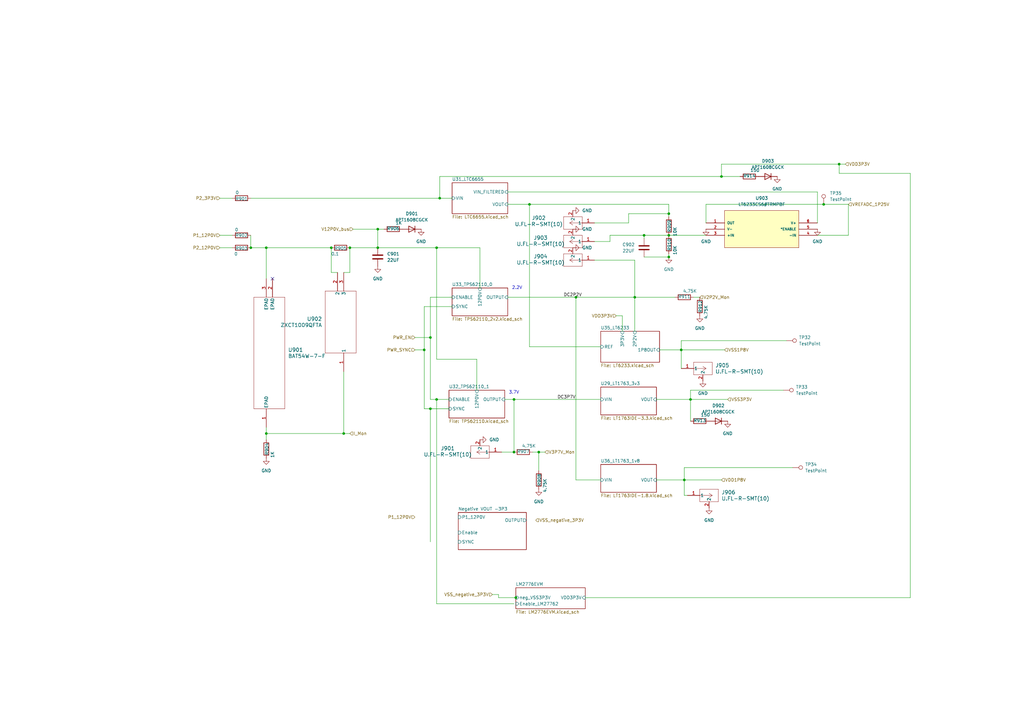
<source format=kicad_sch>
(kicad_sch (version 20231120) (generator "eeschema") (generator_version "8.0")
  (paper "A3")
  (lib_symbols
    (symbol "001_symbol:BAT54W-7-F" (pin_names (offset 0.254))
      (property "Reference" "U" (at 30.48 10.16 0))
      (property "Value" "BAT54W-7-F" (at 30.48 7.62 0))
      (symbol "BAT54W-7-F_0_1"
        (polyline (pts (xy 7.62 -7.62) (xy 53.34 -7.62)) (stroke (width 0.127)))
        (polyline (pts (xy 7.62 5.08) (xy 7.62 -7.62)) (stroke (width 0.127)))
        (polyline (pts (xy 53.34 -7.62) (xy 53.34 5.08)) (stroke (width 0.127)))
        (polyline (pts (xy 53.34 5.08) (xy 7.62 5.08)) (stroke (width 0.127)))
        (pin unspecified line (at 0 0 0) (length 7.62) (name "EPAD") (number "1"))
        (pin unspecified line (at 60.96 -2.54 180) (length 7.62) (name "EPAD") (number "2"))
        (pin unspecified line (at 60.96 0 180) (length 7.62) (name "EPAD") (number "3"))
      )
    )
    (symbol "001_symbol:LT6233CS6TRMPBF" (pin_names (offset 1.016))
      (property "Reference" "U" (at 18.1696 9.1357 0))
      (property "Value" "LT6233CS6TRMPBF" (at 17.5251 6.5878 0))
      (symbol "LT6233CS6TRMPBF_0_0"
        (rectangle (start 7.62 -10.16) (end 38.1 5.08) (stroke (width 0.1524)) (fill (type background)))
        (pin output line (at 0 0 0) (length 7.62) (name "OUT") (number "1"))
        (pin power_in line (at 0 -2.54 0) (length 7.62) (name "V-") (number "2"))
        (pin input line (at 0 -5.08 0) (length 7.62) (name "+IN") (number "3"))
        (pin power_in line (at 45.72 -5.08 180) (length 7.62) (name "-IN") (number "4"))
        (pin passive line (at 45.72 -2.54 180) (length 7.62) (name "*ENABLE") (number "5"))
        (pin input line (at 45.72 0 180) (length 7.62) (name "V+") (number "6"))
      )
    )
    (symbol "001_symbol:U.FL-R-SMT10_1" (pin_names (offset 0.254))
      (property "Reference" "J906" (at 13.97 1.2701 0))
      (property "Value" "U.FL-R-SMT10" (at 13.97 -1.2699 0))
      (symbol "U.FL-R-SMT10_1_1_1"
        (polyline (pts (xy 5.08 -2.54) (xy 12.7 -2.54)) (stroke (width 0.127)))
        (polyline (pts (xy 5.08 2.54) (xy 5.08 -2.54)) (stroke (width 0.127)))
        (polyline (pts (xy 10.16 0) (xy 5.08 0)) (stroke (width 0.127)))
        (polyline (pts (xy 10.16 0) (xy 8.89 -0.8467)) (stroke (width 0.127)))
        (polyline (pts (xy 10.16 0) (xy 8.89 0.8467)) (stroke (width 0.127)))
        (polyline (pts (xy 12.7 -2.54) (xy 12.7 2.54)) (stroke (width 0.127)))
        (polyline (pts (xy 12.7 2.54) (xy 5.08 2.54)) (stroke (width 0.127)))
        (pin unspecified line (at 0 0 0) (length 5.08) (name "1") (number "1"))
        (pin input line (at 8.89 -5.08 90) (length 2.54) (name "2") (number "2"))
        (pin input line (at 8.89 -5.08 90) (length 2.54) hide (name "3") (number "3"))
      )
      (symbol "U.FL-R-SMT10_1_1_2"
        (polyline (pts (xy 5.08 -2.54) (xy 12.7 -2.54)) (stroke (width 0.127)))
        (polyline (pts (xy 5.08 2.54) (xy 5.08 -2.54)) (stroke (width 0.127)))
        (polyline (pts (xy 7.62 0) (xy 5.08 0)) (stroke (width 0.127)))
        (polyline (pts (xy 7.62 0) (xy 8.89 -0.8467)) (stroke (width 0.127)))
        (polyline (pts (xy 7.62 0) (xy 8.89 0.8467)) (stroke (width 0.127)))
        (polyline (pts (xy 12.7 -2.54) (xy 12.7 2.54)) (stroke (width 0.127)))
        (polyline (pts (xy 12.7 2.54) (xy 5.08 2.54)) (stroke (width 0.127)))
        (pin unspecified line (at 0 0 0) (length 5.08) (name "1") (number "1"))
      )
    )
    (symbol "001_symbol:ZXCT1009FTA" (pin_names (offset 0.254))
      (property "Reference" "U" (at 20.32 10.16 0))
      (property "Value" "ZXCT1009FTA" (at 20.32 7.62 0))
      (symbol "ZXCT1009FTA_0_1"
        (polyline (pts (xy 7.62 -7.62) (xy 33.02 -7.62)) (stroke (width 0.127)))
        (polyline (pts (xy 7.62 5.08) (xy 7.62 -7.62)) (stroke (width 0.127)))
        (polyline (pts (xy 33.02 -7.62) (xy 33.02 5.08)) (stroke (width 0.127)))
        (polyline (pts (xy 33.02 5.08) (xy 7.62 5.08)) (stroke (width 0.127)))
        (pin unspecified line (at 0 0 0) (length 7.62) (name "1") (number "1"))
        (pin unspecified line (at 40.64 -2.54 180) (length 7.62) (name "2") (number "2"))
        (pin unspecified line (at 40.64 0 180) (length 7.62) (name "3") (number "3"))
      )
    )
    (symbol "Connector:TestPoint" (pin_numbers hide) (pin_names (offset 0.762) hide)
      (property "Reference" "TP" (at 0 6.858 0))
      (property "Value" "TestPoint" (at 0 5.08 0))
      (symbol "TestPoint_0_1"
        (circle (center 0 3.302) (radius 0.762))
      )
      (symbol "TestPoint_1_1"
        (pin passive line (at 0 0 90) (length 2.54) (name "1") (number "1"))
      )
    )
    (symbol "Device:C" (pin_numbers hide) (pin_names (offset 0.254))
      (property "Reference" "C" (at 0.635 2.54 0))
      (property "Value" "C" (at 0.635 -2.54 0))
      (symbol "C_0_1"
        (polyline (pts (xy -2.032 -0.762) (xy 2.032 -0.762)) (stroke (width 0.508)))
        (polyline (pts (xy -2.032 0.762) (xy 2.032 0.762)) (stroke (width 0.508)))
      )
      (symbol "C_1_1"
        (pin passive line (at 0 3.81 270) (length 2.794) (name "~") (number "1"))
        (pin passive line (at 0 -3.81 90) (length 2.794) (name "~") (number "2"))
      )
    )
    (symbol "Device:D" (pin_numbers hide) (pin_names (offset 1.016) hide)
      (property "Reference" "D" (at 0 2.54 0))
      (property "Value" "D" (at 0 -2.54 0))
      (symbol "D_0_1"
        (polyline (pts (xy -1.27 1.27) (xy -1.27 -1.27)) (stroke (width 0.254)))
        (polyline (pts (xy 1.27 0) (xy -1.27 0)))
        (polyline (pts (xy 1.27 1.27) (xy 1.27 -1.27) (xy -1.27 0) (xy 1.27 1.27)) (stroke (width 0.254)))
      )
      (symbol "D_1_1"
        (pin passive line (at -3.81 0 0) (length 2.54) (name "K") (number "1"))
        (pin passive line (at 3.81 0 180) (length 2.54) (name "A") (number "2"))
      )
    )
    (symbol "Device:R" (pin_numbers hide) (pin_names (offset 0))
      (property "Reference" "R" (at 2.032 0 90))
      (property "Value" "R" (at 0 0 90))
      (symbol "R_0_1"
        (rectangle (start -1.016 -2.54) (end 1.016 2.54) (stroke (width 0.254)))
      )
      (symbol "R_1_1"
        (pin passive line (at 0 3.81 270) (length 1.27) (name "~") (number "1"))
        (pin passive line (at 0 -3.81 90) (length 1.27) (name "~") (number "2"))
      )
    )
    (symbol "power:GND" (power) (pin_numbers hide) (pin_names (offset 0) hide)
      (property "Value" "GND" (at 0 -3.81 0))
      (symbol "GND_0_1"
        (polyline (pts (xy 0 0) (xy 0 -1.27) (xy 1.27 -1.27) (xy 0 -2.54) (xy -1.27 -1.27) (xy 0 -1.27)))
      )
      (symbol "GND_1_1"
        (pin power_in line (at 0 0 270) (length 0) (name "~") (number "1"))
      )
    )
  )
  (junction (at 140.97 177.8))
  (junction (at 344.17 67.31))
  (junction (at 102.87 101.6))
  (junction (at 283.21 163.83))
  (junction (at 217.17 83.82))
  (junction (at 173.99 143.51))
  (junction (at 135.89 101.6))
  (junction (at 260.35 121.92))
  (junction (at 295.91 72.39))
  (junction (at 176.53 138.43))
  (junction (at 274.32 105.41))
  (junction (at 279.4 143.51))
  (junction (at 280.67 196.85))
  (junction (at 274.32 87.63))
  (junction (at 210.82 185.42))
  (junction (at 179.07 101.6))
  (junction (at 220.98 185.42))
  (junction (at 337.82 83.82))
  (junction (at 154.94 101.6))
  (junction (at 180.34 81.28))
  (junction (at 210.82 163.83))
  (junction (at 109.22 101.6))
  (junction (at 154.94 93.98))
  (junction (at 236.22 121.92))
  (junction (at 109.22 177.8))
  (junction (at 176.53 167.64))
  (junction (at 211.582 245.11))
  (junction (at 264.16 96.52))
  (junction (at 179.07 163.83))
  (junction (at 143.51 101.6))
  (junction (at 274.32 96.52))
  (no_connect (at 111.76 114.3))
  (wire (pts (xy 207.01 163.83) (xy 210.82 163.83)))
  (wire (pts (xy 173.99 125.73) (xy 185.42 125.73)))
  (wire (pts (xy 140.97 152.4) (xy 140.97 177.8)))
  (wire (pts (xy 143.51 101.6) (xy 154.94 101.6)))
  (wire (pts (xy 143.51 177.8) (xy 140.97 177.8)))
  (wire (pts (xy 170.18 138.43) (xy 176.53 138.43)))
  (wire (pts (xy 284.48 121.92) (xy 287.02 121.92)))
  (wire (pts (xy 196.85 101.6) (xy 196.85 118.11)))
  (wire (pts (xy 257.81 87.63) (xy 274.32 87.63)))
  (wire (pts (xy 344.17 71.12) (xy 373.38 71.12)))
  (wire (pts (xy 109.22 101.6) (xy 109.22 114.3)))
  (wire (pts (xy 269.24 163.83) (xy 283.21 163.83)))
  (wire (pts (xy 195.58 147.32) (xy 195.58 160.02)))
  (wire (pts (xy 154.94 93.98) (xy 157.48 93.98)))
  (wire (pts (xy 295.91 72.39) (xy 303.53 72.39)))
  (wire (pts (xy 102.87 101.6) (xy 109.22 101.6)))
  (wire (pts (xy 283.21 163.83) (xy 283.21 172.72)))
  (wire (pts (xy 373.38 71.12) (xy 373.38 245.11)))
  (wire (pts (xy 173.99 143.51) (xy 173.99 125.73)))
  (wire (pts (xy 212.09 245.11) (xy 211.582 245.11)))
  (wire (pts (xy 279.4 139.7) (xy 322.58 139.7)))
  (wire (pts (xy 176.53 138.43) (xy 176.53 121.92)))
  (wire (pts (xy 280.67 203.2) (xy 281.94 203.2)))
  (wire (pts (xy 176.53 167.64) (xy 184.15 167.64)))
  (wire (pts (xy 176.53 167.64) (xy 176.53 222.25)))
  (wire (pts (xy 270.51 143.51) (xy 279.4 143.51)))
  (wire (pts (xy 260.35 106.68) (xy 260.35 121.92)))
  (wire (pts (xy 295.91 67.31) (xy 344.17 67.31)))
  (wire (pts (xy 204.47 243.84) (xy 201.93 243.84)))
  (wire (pts (xy 208.28 121.92) (xy 236.22 121.92)))
  (wire (pts (xy 252.73 129.54) (xy 255.27 129.54)))
  (wire (pts (xy 257.81 91.44) (xy 257.81 87.63)))
  (wire (pts (xy 180.34 72.39) (xy 295.91 72.39)))
  (wire (pts (xy 179.07 101.6) (xy 179.07 147.32)))
  (wire (pts (xy 243.84 91.44) (xy 257.81 91.44)))
  (wire (pts (xy 109.22 177.8) (xy 109.22 175.26)))
  (wire (pts (xy 90.17 101.6) (xy 95.25 101.6)))
  (wire (pts (xy 204.47 245.11) (xy 204.47 243.84)))
  (wire (pts (xy 236.22 196.85) (xy 246.38 196.85)))
  (wire (pts (xy 347.98 96.52) (xy 335.28 96.52)))
  (wire (pts (xy 218.44 185.42) (xy 220.98 185.42)))
  (wire (pts (xy 240.03 245.11) (xy 373.38 245.11)))
  (wire (pts (xy 264.16 105.41) (xy 274.32 105.41)))
  (wire (pts (xy 295.91 72.39) (xy 295.91 67.31)))
  (wire (pts (xy 274.32 105.41) (xy 274.32 104.14)))
  (wire (pts (xy 250.19 96.52) (xy 264.16 96.52)))
  (wire (pts (xy 243.84 106.68) (xy 260.35 106.68)))
  (wire (pts (xy 279.4 143.51) (xy 279.4 151.13)))
  (wire (pts (xy 109.22 177.8) (xy 140.97 177.8)))
  (wire (pts (xy 179.07 101.6) (xy 196.85 101.6)))
  (wire (pts (xy 176.53 121.92) (xy 185.42 121.92)))
  (wire (pts (xy 217.17 142.24) (xy 246.38 142.24)))
  (wire (pts (xy 144.78 93.98) (xy 154.94 93.98)))
  (wire (pts (xy 250.19 99.06) (xy 250.19 96.52)))
  (wire (pts (xy 210.82 163.83) (xy 246.38 163.83)))
  (wire (pts (xy 220.98 185.42) (xy 223.52 185.42)))
  (wire (pts (xy 135.89 111.76) (xy 138.43 111.76)))
  (wire (pts (xy 289.56 91.44) (xy 289.56 83.82)))
  (wire (pts (xy 274.32 87.63) (xy 274.32 88.9)))
  (wire (pts (xy 260.35 121.92) (xy 276.86 121.92)))
  (wire (pts (xy 337.82 83.82) (xy 347.98 83.82)))
  (wire (pts (xy 211.582 245.11) (xy 204.47 245.11)))
  (wire (pts (xy 217.17 83.82) (xy 217.17 142.24)))
  (wire (pts (xy 170.18 143.51) (xy 173.99 143.51)))
  (wire (pts (xy 210.82 247.65) (xy 179.07 247.65)))
  (wire (pts (xy 260.35 121.92) (xy 260.35 135.89)))
  (wire (pts (xy 274.32 96.52) (xy 289.56 96.52)))
  (wire (pts (xy 210.82 163.83) (xy 210.82 185.42)))
  (wire (pts (xy 289.56 83.82) (xy 337.82 83.82)))
  (wire (pts (xy 208.28 83.82) (xy 217.17 83.82)))
  (wire (pts (xy 335.28 78.74) (xy 335.28 91.44)))
  (wire (pts (xy 325.12 191.77) (xy 280.67 191.77)))
  (wire (pts (xy 176.53 163.83) (xy 179.07 163.83)))
  (wire (pts (xy 264.16 96.52) (xy 264.16 97.79)))
  (wire (pts (xy 179.07 163.83) (xy 184.15 163.83)))
  (wire (pts (xy 180.34 81.28) (xy 180.34 72.39)))
  (wire (pts (xy 179.07 147.32) (xy 195.58 147.32)))
  (wire (pts (xy 255.27 129.54) (xy 255.27 135.89)))
  (wire (pts (xy 236.22 121.92) (xy 260.35 121.92)))
  (wire (pts (xy 102.87 96.52) (xy 102.87 101.6)))
  (wire (pts (xy 283.21 160.02) (xy 283.21 163.83)))
  (wire (pts (xy 280.67 196.85) (xy 280.67 203.2)))
  (wire (pts (xy 280.67 196.85) (xy 295.91 196.85)))
  (wire (pts (xy 347.98 83.82) (xy 347.98 96.52)))
  (wire (pts (xy 205.74 185.42) (xy 210.82 185.42)))
  (wire (pts (xy 176.53 138.43) (xy 176.53 163.83)))
  (wire (pts (xy 283.21 160.02) (xy 321.31 160.02)))
  (wire (pts (xy 140.97 111.76) (xy 143.51 111.76)))
  (wire (pts (xy 173.99 167.64) (xy 176.53 167.64)))
  (wire (pts (xy 344.17 67.31) (xy 344.17 71.12)))
  (wire (pts (xy 173.99 143.51) (xy 173.99 167.64)))
  (wire (pts (xy 208.28 78.74) (xy 335.28 78.74)))
  (wire (pts (xy 180.34 81.28) (xy 185.42 81.28)))
  (wire (pts (xy 280.67 191.77) (xy 280.67 196.85)))
  (wire (pts (xy 264.16 96.52) (xy 274.32 96.52)))
  (wire (pts (xy 243.84 99.06) (xy 250.19 99.06)))
  (wire (pts (xy 279.4 143.51) (xy 297.18 143.51)))
  (wire (pts (xy 344.17 67.31) (xy 346.71 67.31)))
  (wire (pts (xy 279.4 139.7) (xy 279.4 143.51)))
  (wire (pts (xy 143.51 111.76) (xy 143.51 101.6)))
  (wire (pts (xy 109.22 180.34) (xy 109.22 177.8)))
  (wire (pts (xy 90.17 96.52) (xy 95.25 96.52)))
  (wire (pts (xy 283.21 163.83) (xy 298.45 163.83)))
  (wire (pts (xy 135.89 101.6) (xy 135.89 111.76)))
  (wire (pts (xy 179.07 163.83) (xy 179.07 247.65)))
  (wire (pts (xy 102.87 81.28) (xy 180.34 81.28)))
  (wire (pts (xy 109.22 101.6) (xy 135.89 101.6)))
  (wire (pts (xy 220.98 193.04) (xy 220.98 185.42)))
  (wire (pts (xy 154.94 101.6) (xy 179.07 101.6)))
  (wire (pts (xy 90.17 81.28) (xy 95.25 81.28)))
  (wire (pts (xy 217.17 83.82) (xy 274.32 83.82)))
  (wire (pts (xy 274.32 83.82) (xy 274.32 87.63)))
  (wire (pts (xy 269.24 196.85) (xy 280.67 196.85)))
  (wire (pts (xy 154.94 93.98) (xy 154.94 101.6)))
  (wire (pts (xy 236.22 121.92) (xy 236.22 196.85)))
  (text "2.2V" (at 212.09 118.11 0) (effects (font (size 1.27 1.27))))
  (text "3.7V" (at 210.82 161.036 0) (effects (font (size 1.27 1.27))))
  (label "DC2P2V" (at 231.14 121.92 0))
  (label "DC3P7V" (at 228.6 163.83 0))
  (hierarchical_label "VREFADC_1P25V" (shape input) (at 347.98 83.82 0))
  (hierarchical_label "I_Mon" (shape input) (at 143.51 177.8 0))
  (hierarchical_label "VSS_negative_3P3V" (shape input) (at 219.71 213.36 0))
  (hierarchical_label "P2_12P0V" (shape input) (at 90.17 101.6 180))
  (hierarchical_label "VSS1P8V" (shape input) (at 297.18 143.51 0))
  (hierarchical_label "V12P0V_bus" (shape input) (at 144.78 93.98 180))
  (hierarchical_label "VDD3P3V" (shape input) (at 252.73 129.54 180))
  (hierarchical_label "P2_3P3V" (shape input) (at 90.17 81.28 180))
  (hierarchical_label "V2P2V_Mon" (shape input) (at 287.02 121.92 0))
  (hierarchical_label "VSS_negative_3P3V" (shape input) (at 201.93 243.84 180))
  (hierarchical_label "V3P7V_Mon" (shape input) (at 223.52 185.42 0))
  (hierarchical_label "P1_12P0V" (shape input) (at 170.18 212.09 180))
  (hierarchical_label "PWR_EN" (shape input) (at 170.18 138.43 180))
  (hierarchical_label "VDD1P8V" (shape input) (at 295.91 196.85 0))
  (hierarchical_label "PWR_SYNC" (shape input) (at 170.18 143.51 180))
  (hierarchical_label "VDD3P3V" (shape input) (at 346.71 67.31 0))
  (hierarchical_label "VSS3P3V" (shape input) (at 298.45 163.83 0))
  (hierarchical_label "P1_12P0V" (shape input) (at 90.17 96.52 180))
  (symbol (lib_id "001_symbol:BAT54W-7-F") (at 109.22 175.26 90) (unit 1)
    (property "Reference" "U901" (at 118.11 143.5099 90) (effects (font (size 1.524 1.524)) (justify right)))
    (property "Value" "BAT54W-7-F" (at 118.11 146.0499 90) (effects (font (size 1.524 1.524)) (justify right)))
    (property "Footprint" "001_download:SOT-323_DIO" (effects (hide yes)))
    (property "Datasheet" "BAT54W-7-F" (effects (hide yes)))
    (property "Vendor" "digikey:BAT54W-FDICT-ND" (effects (hide yes)))
  )
  (symbol (lib_id "power:GND") (at 298.45 172.72 0) (unit 1)
    (property "Reference" "#PWR0908" (effects (hide yes)))
    (property "Value" "GND" (at 298.45 177.8 0))
    (property "Description" "Power symbol creates a global label with name \"GND\" , ground" (effects (hide yes)))
  )
  (symbol (lib_id "Connector:TestPoint") (at 337.82 83.82 0) (unit 1) (in_bom no)
    (property "Reference" "TP35" (at 340.36 79.2479 0) (effects (justify left)))
    (property "Value" "TestPoint" (at 340.36 81.7879 0) (effects (justify left)))
    (property "Footprint" "001_download:TestPoint_Pad_D0.6mm" (effects (hide yes)))
    (property "Description" "test point" (effects (hide yes)))
  )
  (symbol (lib_id "power:GND") (at 109.22 187.96 0) (unit 1)
    (property "Reference" "#PWR0901" (effects (hide yes)))
    (property "Value" "GND" (at 109.22 193.04 0))
    (property "Description" "Power symbol creates a global label with name \"GND\" , ground" (effects (hide yes)))
  )
  (symbol (lib_id "Device:R") (at 220.98 196.85 180) (unit 1)
    (property "Reference" "R908" (at 221.234 196.85 90))
    (property "Value" "4.75K" (at 223.52 199.136 90))
    (property "Footprint" "Resistor_SMD:R_0603_1608Metric" (effects (hide yes)))
    (property "Description" "Resistor" (effects (hide yes)))
    (property "Vendor" "digikey:311-4.75KHRCT-ND" (effects (hide yes)))
  )
  (symbol (lib_id "Device:R") (at 139.7 101.6 90) (unit 1)
    (property "Reference" "R905" (at 139.7 101.854 90))
    (property "Value" "0.1" (at 137.414 104.14 90))
    (property "Footprint" "Resistor_SMD:R_1206_3216Metric" (effects (hide yes)))
    (property "Description" "Resistor" (effects (hide yes)))
    (property "Vendor" "digikey:1276-6187-1-ND" (effects (hide yes)))
  )
  (symbol (lib_id "001_symbol:U.FL-R-SMT10_1") (at 281.94 203.2 0) (unit 1)
    (property "Reference" "J906" (at 295.91 201.9299 0) (effects (font (size 1.524 1.524)) (justify left)))
    (property "Value" "U.FL-R-SMT(10)" (at 295.91 204.4699 0) (effects (font (size 1.524 1.524)) (justify left)))
    (property "Footprint" "001_download:CONN_U.FL-R-SMT10_HIR" (effects (hide yes)))
    (property "Datasheet" "U.FL-R-SMT10" (effects (hide yes)))
    (property "Vendor" "digikey:H9161CT-ND" (effects (hide yes)))
  )
  (symbol (lib_id "Device:D") (at 168.91 93.98 180) (unit 1)
    (property "Reference" "D901" (at 168.91 87.63 0))
    (property "Value" "APT1608CGCK" (at 168.91 90.17 0))
    (property "Footprint" "LED_SMD:LED_0603_1608Metric" (effects (hide yes)))
    (property "Description" "Diode" (effects (hide yes)))
    (property "Vendor" "digikey:754-1116-1-ND" (effects (hide yes)))
  )
  (symbol (lib_id "Device:R") (at 287.02 172.72 270) (unit 1)
    (property "Reference" "R913" (at 287.02 172.466 90))
    (property "Value" "150" (at 289.306 170.18 90))
    (property "Footprint" "Resistor_SMD:R_0603_1608Metric" (effects (hide yes)))
    (property "Description" "Resistor" (effects (hide yes)))
    (property "Vendor" "digikey:311-150HRCT-ND" (effects (hide yes)))
  )
  (symbol (lib_id "power:GND") (at 234.95 86.36 90) (unit 1)
    (property "Reference" "#PWR0913" (effects (hide yes)))
    (property "Value" "GND" (at 238.76 86.3599 90) (effects (justify right)))
    (property "Description" "Power symbol creates a global label with name \"GND\" , ground" (effects (hide yes)))
  )
  (symbol (lib_id "001_symbol:U.FL-R-SMT10_1") (at 205.74 185.42 180) (unit 1)
    (property "Reference" "J901" (at 183.642 183.896 0) (effects (font (size 1.524 1.524))))
    (property "Value" "U.FL-R-SMT(10)" (at 183.642 186.436 0) (effects (font (size 1.524 1.524))))
    (property "Footprint" "001_download:CONN_U.FL-R-SMT10_HIR" (effects (hide yes)))
    (property "Datasheet" "U.FL-R-SMT10" (effects (hide yes)))
    (property "Vendor" "digikey:H9161CT-ND" (effects (hide yes)))
  )
  (symbol (lib_id "power:GND") (at 288.29 156.21 0) (unit 1)
    (property "Reference" "#PWR0912" (effects (hide yes)))
    (property "Value" "GND" (at 288.29 161.29 0))
    (property "Description" "Power symbol creates a global label with name \"GND\" , ground" (effects (hide yes)))
  )
  (symbol (lib_id "power:GND") (at 154.94 109.22 0) (unit 1)
    (property "Reference" "#PWR0902" (effects (hide yes)))
    (property "Value" "GND" (at 154.94 114.3 0))
    (property "Description" "Power symbol creates a global label with name \"GND\" , ground" (effects (hide yes)))
  )
  (symbol (lib_id "001_symbol:U.FL-R-SMT10_1") (at 243.84 91.44 180) (unit 1)
    (property "Reference" "J902" (at 220.98 89.408 0) (effects (font (size 1.524 1.524))))
    (property "Value" "U.FL-R-SMT(10)" (at 220.98 91.948 0) (effects (font (size 1.524 1.524))))
    (property "Footprint" "001_download:CONN_U.FL-R-SMT10_HIR" (effects (hide yes)))
    (property "Datasheet" "U.FL-R-SMT10" (effects (hide yes)))
    (property "Vendor" "digikey:H9161CT-ND" (effects (hide yes)))
  )
  (symbol (lib_id "001_symbol:U.FL-R-SMT10_1") (at 243.84 99.06 180) (unit 1)
    (property "Reference" "J903" (at 221.742 97.536 0) (effects (font (size 1.524 1.524))))
    (property "Value" "U.FL-R-SMT(10)" (at 221.742 100.076 0) (effects (font (size 1.524 1.524))))
    (property "Footprint" "001_download:CONN_U.FL-R-SMT10_HIR" (effects (hide yes)))
    (property "Datasheet" "U.FL-R-SMT10" (effects (hide yes)))
    (property "Vendor" "digikey:H9161CT-ND" (effects (hide yes)))
  )
  (symbol (lib_id "power:GND") (at 234.95 101.6 90) (unit 1)
    (property "Reference" "#PWR0915" (effects (hide yes)))
    (property "Value" "GND" (at 238.76 101.5999 90) (effects (justify right)))
    (property "Description" "Power symbol creates a global label with name \"GND\" , ground" (effects (hide yes)))
  )
  (symbol (lib_id "power:GND") (at 290.83 208.28 0) (unit 1)
    (property "Reference" "#PWR0911" (effects (hide yes)))
    (property "Value" "GND" (at 290.83 213.36 0))
    (property "Description" "Power symbol creates a global label with name \"GND\" , ground" (effects (hide yes)))
  )
  (symbol (lib_id "Device:R") (at 307.34 72.39 270) (unit 1)
    (property "Reference" "R914" (at 307.34 72.136 90))
    (property "Value" "150" (at 309.626 69.85 90))
    (property "Footprint" "Resistor_SMD:R_0603_1608Metric" (effects (hide yes)))
    (property "Description" "Resistor" (effects (hide yes)))
    (property "Vendor" "digikey:311-150HRCT-ND" (effects (hide yes)))
  )
  (symbol (lib_id "Device:R") (at 280.67 121.92 270) (unit 1)
    (property "Reference" "R911" (at 280.67 121.666 90))
    (property "Value" "4.75K" (at 282.956 119.38 90))
    (property "Footprint" "Resistor_SMD:R_0603_1608Metric" (effects (hide yes)))
    (property "Description" "Resistor" (effects (hide yes)))
    (property "Vendor" "digikey:311-4.75KHRCT-ND" (effects (hide yes)))
  )
  (symbol (lib_id "Device:R") (at 161.29 93.98 270) (unit 1)
    (property "Reference" "R906" (at 161.29 93.726 90))
    (property "Value" "1K" (at 163.576 91.44 90))
    (property "Footprint" "Resistor_SMD:R_0603_1608Metric" (effects (hide yes)))
    (property "Description" "Resistor" (effects (hide yes)))
    (property "Vendor" "digikey:311-1.00KHRCT-ND" (effects (hide yes)))
  )
  (symbol (lib_id "001_symbol:U.FL-R-SMT10_1") (at 279.4 151.13 0) (unit 1)
    (property "Reference" "J905" (at 293.37 149.8599 0) (effects (font (size 1.524 1.524)) (justify left)))
    (property "Value" "U.FL-R-SMT(10)" (at 293.37 152.3999 0) (effects (font (size 1.524 1.524)) (justify left)))
    (property "Footprint" "001_download:CONN_U.FL-R-SMT10_HIR" (effects (hide yes)))
    (property "Datasheet" "U.FL-R-SMT10" (effects (hide yes)))
    (property "Vendor" "digikey:H9161CT-ND" (effects (hide yes)))
  )
  (symbol (lib_id "Device:R") (at 214.63 185.42 270) (unit 1)
    (property "Reference" "R907" (at 214.63 185.166 90))
    (property "Value" "4.75K" (at 216.916 182.88 90))
    (property "Footprint" "Resistor_SMD:R_0603_1608Metric" (effects (hide yes)))
    (property "Description" "Resistor" (effects (hide yes)))
    (property "Vendor" "digikey:311-4.75KHRCT-ND" (effects (hide yes)))
  )
  (symbol (lib_id "Device:C") (at 264.16 101.6 0) (mirror y) (unit 1)
    (property "Reference" "C902" (at 260.35 100.3299 0) (effects (justify left)))
    (property "Value" "22UF" (at 260.35 102.8699 0) (effects (justify left)))
    (property "Footprint" "001_download:CAP_EEF_CD_PAN_GH" (effects (hide yes)))
    (property "Description" "Al-Poly" (effects (hide yes)))
    (property "Vendor" "digikey:PCE3168CT-ND" (effects (hide yes)))
  )
  (symbol (lib_id "power:GND") (at 220.98 200.66 0) (unit 1)
    (property "Reference" "#PWR0904" (effects (hide yes)))
    (property "Value" "GND" (at 220.98 205.74 0))
    (property "Description" "Power symbol creates a global label with name \"GND\" , ground" (effects (hide yes)))
  )
  (symbol (lib_id "power:GND") (at 318.77 72.39 0) (unit 1)
    (property "Reference" "#PWR0909" (effects (hide yes)))
    (property "Value" "GND" (at 318.77 77.47 0))
    (property "Description" "Power symbol creates a global label with name \"GND\" , ground" (effects (hide yes)))
  )
  (symbol (lib_id "power:GND") (at 274.32 105.41 0) (unit 1)
    (property "Reference" "#PWR0905" (effects (hide yes)))
    (property "Value" "GND" (at 274.32 110.49 0))
    (property "Description" "Power symbol creates a global label with name \"GND\" , ground" (effects (hide yes)))
  )
  (symbol (lib_id "power:GND") (at 335.28 93.98 0) (unit 1)
    (property "Reference" "#PWR0910" (effects (hide yes)))
    (property "Value" "GND" (at 335.28 99.06 0))
    (property "Description" "Power symbol creates a global label with name \"GND\" , ground" (effects (hide yes)))
  )
  (symbol (lib_id "Connector:TestPoint") (at 322.58 139.7 270) (unit 1) (in_bom no)
    (property "Reference" "TP32" (at 327.66 138.4299 90) (effects (justify left)))
    (property "Value" "TestPoint" (at 327.66 140.9699 90) (effects (justify left)))
    (property "Footprint" "001_download:TestPoint_Pad_D0.6mm" (effects (hide yes)))
    (property "Description" "test point" (effects (hide yes)))
  )
  (symbol (lib_id "Device:D") (at 314.96 72.39 180) (unit 1)
    (property "Reference" "D903" (at 314.96 66.04 0))
    (property "Value" "APT1608CGCK" (at 314.96 68.58 0))
    (property "Footprint" "LED_SMD:LED_0603_1608Metric" (effects (hide yes)))
    (property "Description" "Diode" (effects (hide yes)))
    (property "Vendor" "digikey:754-1116-1-ND" (effects (hide yes)))
  )
  (symbol (lib_id "Device:R") (at 99.06 81.28 90) (unit 1)
    (property "Reference" "R901" (at 99.06 81.534 90))
    (property "Value" "0" (at 97.282 78.994 90))
    (property "Footprint" "Resistor_SMD:R_0603_1608Metric" (effects (hide yes)))
    (property "Description" "Resistor" (effects (hide yes)))
    (property "Vendor" "digikey:P0.0GCT-ND" (effects (hide yes)))
  )
  (symbol (lib_id "power:GND") (at 196.85 180.34 90) (unit 1)
    (property "Reference" "#PWR0916" (effects (hide yes)))
    (property "Value" "GND" (at 200.66 180.3399 90) (effects (justify right)))
    (property "Description" "Power symbol creates a global label with name \"GND\" , ground" (effects (hide yes)))
  )
  (symbol (lib_id "Device:R") (at 287.02 125.73 180) (unit 1)
    (property "Reference" "R912" (at 287.274 125.73 90))
    (property "Value" "4.75K" (at 289.56 128.016 90))
    (property "Footprint" "Resistor_SMD:R_0603_1608Metric" (effects (hide yes)))
    (property "Description" "Resistor" (effects (hide yes)))
    (property "Vendor" "digikey:311-4.75KHRCT-ND" (effects (hide yes)))
  )
  (symbol (lib_id "001_symbol:U.FL-R-SMT10_1") (at 243.84 106.68 180) (unit 1)
    (property "Reference" "J904" (at 221.742 105.156 0) (effects (font (size 1.524 1.524))))
    (property "Value" "U.FL-R-SMT(10)" (at 221.742 107.696 0) (effects (font (size 1.524 1.524))))
    (property "Footprint" "001_download:CONN_U.FL-R-SMT10_HIR" (effects (hide yes)))
    (property "Datasheet" "U.FL-R-SMT10" (effects (hide yes)))
    (property "Vendor" "digikey:H9161CT-ND" (effects (hide yes)))
  )
  (symbol (lib_id "001_symbol:ZXCT1009FTA") (at 140.97 152.4 270) (mirror x) (unit 1)
    (property "Reference" "U902" (at 132.08 130.8099 90) (effects (font (size 1.524 1.524)) (justify right)))
    (property "Value" "ZXCT1009QFTA" (at 132.08 133.3499 90) (effects (font (size 1.524 1.524)) (justify right)))
    (property "Footprint" "001_download:ZXCT1009FTA_GH" (effects (hide yes)))
    (property "Datasheet" "ZXCT1009FTA" (effects (hide yes)))
    (property "Vendor" "digikey:ZXCT1009QFTADICT-ND" (effects (hide yes)))
  )
  (symbol (lib_id "power:GND") (at 289.56 93.98 0) (unit 1)
    (property "Reference" "#PWR0907" (effects (hide yes)))
    (property "Value" "GND" (at 289.56 99.06 0))
    (property "Description" "Power symbol creates a global label with name \"GND\" , ground" (effects (hide yes)))
  )
  (symbol (lib_id "power:GND") (at 234.95 93.98 90) (unit 1)
    (property "Reference" "#PWR0914" (effects (hide yes)))
    (property "Value" "GND" (at 238.76 93.9799 90) (effects (justify right)))
    (property "Description" "Power symbol creates a global label with name \"GND\" , ground" (effects (hide yes)))
  )
  (symbol (lib_id "Device:R") (at 99.06 101.6 90) (unit 1)
    (property "Reference" "R903" (at 99.06 101.854 90))
    (property "Value" "0" (at 96.774 104.14 90))
    (property "Footprint" "Resistor_SMD:R_0603_1608Metric" (effects (hide yes)))
    (property "Description" "Resistor" (effects (hide yes)))
    (property "Vendor" "digikey:P0.0GCT-ND" (effects (hide yes)))
  )
  (symbol (lib_id "Connector:TestPoint") (at 325.12 191.77 270) (unit 1) (in_bom no)
    (property "Reference" "TP34" (at 330.2 190.4999 90) (effects (justify left)))
    (property "Value" "TestPoint" (at 330.2 193.0399 90) (effects (justify left)))
    (property "Footprint" "001_download:TestPoint_Pad_D0.6mm" (effects (hide yes)))
    (property "Description" "test point" (effects (hide yes)))
  )
  (symbol (lib_id "Device:C") (at 154.94 105.41 180) (unit 1)
    (property "Reference" "C901" (at 158.75 104.1399 0) (effects (justify right)))
    (property "Value" "22UF" (at 158.75 106.6799 0) (effects (justify right)))
    (property "Footprint" "Capacitor_SMD:C_1206_3216Metric" (effects (hide yes)))
    (property "Description" "Unpolarized capacitor" (effects (hide yes)))
    (property "Vendor" "digikey:490-5527-1-ND" (effects (hide yes)))
  )
  (symbol (lib_id "Connector:TestPoint") (at 321.31 160.02 270) (unit 1) (in_bom no)
    (property "Reference" "TP33" (at 326.39 158.7499 90) (effects (justify left)))
    (property "Value" "TestPoint" (at 326.39 161.2899 90) (effects (justify left)))
    (property "Footprint" "001_download:TestPoint_Pad_D0.6mm" (effects (hide yes)))
    (property "Description" "test point" (effects (hide yes)))
  )
  (symbol (lib_id "Device:R") (at 109.22 184.15 180) (unit 1)
    (property "Reference" "R904" (at 109.474 184.15 90))
    (property "Value" "1K" (at 111.76 186.436 90))
    (property "Footprint" "Resistor_SMD:R_0603_1608Metric" (effects (hide yes)))
    (property "Description" "Resistor" (effects (hide yes)))
    (property "Vendor" "digikey:311-1.00KHRCT-ND" (effects (hide yes)))
  )
  (symbol (lib_id "Device:R") (at 99.06 96.52 90) (unit 1)
    (property "Reference" "R902" (at 99.06 96.52 90))
    (property "Value" "0" (at 97.028 94.234 90))
    (property "Footprint" "Resistor_SMD:R_0603_1608Metric" (effects (hide yes)))
    (property "Description" "Resistor" (effects (hide yes)))
    (property "Vendor" "digikey:P0.0GCT-ND" (effects (hide yes)))
  )
  (symbol (lib_id "Device:D") (at 294.64 172.72 180) (unit 1)
    (property "Reference" "D902" (at 294.64 166.37 0))
    (property "Value" "APT1608CGCK" (at 294.64 168.91 0))
    (property "Footprint" "LED_SMD:LED_0603_1608Metric" (effects (hide yes)))
    (property "Description" "Diode" (effects (hide yes)))
    (property "Vendor" "digikey:754-1116-1-ND" (effects (hide yes)))
  )
  (symbol (lib_id "Device:R") (at 274.32 100.33 180) (unit 1)
    (property "Reference" "R910" (at 274.574 100.33 90))
    (property "Value" "10K" (at 276.86 102.616 90))
    (property "Footprint" "Resistor_SMD:R_0603_1608Metric" (effects (hide yes)))
    (property "Description" "Resistor" (effects (hide yes)))
    (property "Vendor" "digikey:MCT0603-10K-MDCT-ND" (effects (hide yes)))
  )
  (symbol (lib_id "power:GND") (at 172.72 93.98 0) (unit 1)
    (property "Reference" "#PWR0903" (effects (hide yes)))
    (property "Value" "GND" (at 172.72 99.06 0))
    (property "Description" "Power symbol creates a global label with name \"GND\" , ground" (effects (hide yes)))
  )
  (symbol (lib_id "power:GND") (at 287.02 129.54 0) (unit 1)
    (property "Reference" "#PWR0906" (effects (hide yes)))
    (property "Value" "GND" (at 287.02 134.62 0))
    (property "Description" "Power symbol creates a global label with name \"GND\" , ground" (effects (hide yes)))
  )
  (symbol (lib_id "Device:R") (at 274.32 92.71 180) (unit 1)
    (property "Reference" "R909" (at 274.574 92.71 90))
    (property "Value" "10K" (at 276.86 94.996 90))
    (property "Footprint" "Resistor_SMD:R_0603_1608Metric" (effects (hide yes)))
    (property "Description" "Resistor" (effects (hide yes)))
    (property "Vendor" "digikey:MCT0603-10K-MDCT-ND" (effects (hide yes)))
  )
  (symbol (lib_id "001_symbol:LT6233CS6TRMPBF") (at 289.56 91.44 0) (unit 1)
    (property "Reference" "U903" (at 312.42 81.28 0))
    (property "Value" "LT6233CS6#TRMPBF" (at 312.42 83.82 0))
    (property "Footprint" "001_download:SOT-6_S" (effects (hide yes)))
    (property "Vendor" "digikey:LT6233CS6#TRMPBFCT-ND" (effects (hide yes)))
  )
  (sheet (at 184.15 160.02) (size 22.86 11.43) (stroke (width 0.1524))
    (property "Sheetname" "U32_TPS62110_1" (at 184.15 159.3084 0) (effects (justify left bottom)))
    (property "Sheetfile" "TPS62110.kicad_sch" (at 184.15 172.0346 0) (effects (justify left top)))
    (pin "ENABLE" input (at 184.15 163.83 180))
    (pin "SYNC" input (at 184.15 167.64 180))
    (pin "12P0V" input (at 195.58 160.02 90))
    (pin "OUTPUT" input (at 207.01 163.83 0))
  )
  (sheet (at 246.38 190.5) (size 22.86 11.43) (stroke (width 0.1524))
    (property "Sheetname" "U36_LT1763_1v8" (at 246.38 189.7884 0) (effects (justify left bottom)))
    (property "Sheetfile" "LT1763IDE-1.8.kicad_sch" (at 246.38 202.5146 0) (effects (justify left top)))
    (pin "VOUT" input (at 269.24 196.85 0))
    (pin "VIN" input (at 246.38 196.85 180))
  )
  (sheet (at 211.582 241.046) (size 28.448 8.636) (stroke (width 0.1524))
    (property "Sheetname" "LM2776EVM" (at 211.582 240.3344 0) (effects (justify left bottom)))
    (property "Sheetfile" "LM2776EVM.kicad_sch" (at 211.582 250.2666 0) (effects (justify left top)))
    (pin "neg_VSS3P3V" input (at 211.582 245.11 180))
    (pin "Enable_LM27762" input (at 211.582 247.65 180))
    (pin "VDD3P3V" input (at 240.03 245.11 0))
  )
  (sheet (at 185.42 118.11) (size 22.86 11.43) (stroke (width 0.1524))
    (property "Sheetname" "U33_TPS62110_0" (at 185.42 117.3984 0) (effects (justify left bottom)))
    (property "Sheetfile" "TPS62110_2v2.kicad_sch" (at 185.42 130.1246 0) (effects (justify left top)))
    (pin "ENABLE" input (at 185.42 121.92 180))
    (pin "SYNC" input (at 185.42 125.73 180))
    (pin "12P0V" input (at 196.85 118.11 90))
    (pin "OUTPUT" input (at 208.28 121.92 0))
  )
  (sheet (at 187.96 210.185) (size 27.94 15.24) (stroke (width 0.1524))
    (property "Sheetname" "Negative VOUT -3P3" (at 187.96 209.4734 0) (effects (justify left bottom)))
    (property "Sheetfile" "negativ.kicad_sch" (effects (hide yes)))
    (pin "SYNC" input (at 187.96 222.25 180))
    (pin "P1_12P0V" input (at 187.96 212.09 180))
    (pin "OUTPUT" output (at 215.9 213.36 0))
    (pin "Enable" input (at 187.96 218.44 180))
  )
  (sheet (at 246.38 135.89) (size 24.13 12.7) (stroke (width 0.1524))
    (property "Sheetname" "U35_LT6233" (at 246.38 135.1784 0) (effects (justify left bottom)))
    (property "Sheetfile" "LT6233.kicad_sch" (at 246.38 149.1746 0) (effects (justify left top)))
    (pin "3P3V" input (at 255.27 135.89 90))
    (pin "REF" input (at 246.38 142.24 180))
    (pin "2P2V" input (at 260.35 135.89 90))
    (pin "1P8OUT" input (at 270.51 143.51 0))
  )
  (sheet (at 185.42 74.93) (size 22.86 12.7) (stroke (width 0.1524))
    (property "Sheetname" "U31_LTC6655" (at 185.42 74.2184 0) (effects (justify left bottom)))
    (property "Sheetfile" "LTC6655.kicad_sch" (at 185.42 88.2146 0) (effects (justify left top)))
    (pin "VIN_FILTERED" input (at 208.28 78.74 0))
    (pin "VOUT" input (at 208.28 83.82 0))
    (pin "VIN" input (at 185.42 81.28 180))
  )
  (sheet (at 246.38 158.75) (size 22.86 11.43) (stroke (width 0.1524))
    (property "Sheetname" "U29_LT1763_3v3" (at 246.38 158.0384 0) (effects (justify left bottom)))
    (property "Sheetfile" "LT1763IDE-3.3.kicad_sch" (at 246.38 170.7646 0) (effects (justify left top)))
    (pin "VIN" input (at 246.38 163.83 180))
    (pin "VOUT" input (at 269.24 163.83 0))
  )
)
</source>
